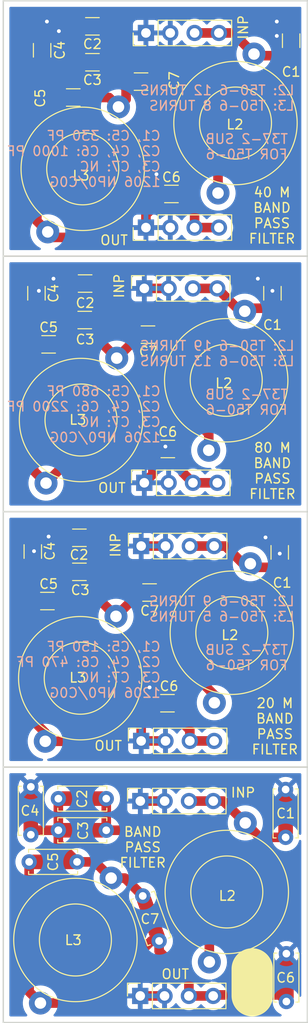
<source format=kicad_pcb>
(kicad_pcb (version 20211014) (generator pcbnew)
  (layers (0 "F.Cu" signal) (31 "B.Cu" signal) (34 "B.Paste" user) (35 "F.Paste" user) (36 "B.SilkS" user "B.Silkscreen") (37 "F.SilkS" user "F.Silkscreen") (38 "B.Mask" user) (39 "F.Mask" user) (44 "Edge.Cuts" user))
  (net 0 "")
  (net 1 "GND")
  (net 2 "Net-(C1-Pad2)")
  (net 3 "Net-(C2-Pad2)")
  (net 4 "Net-(C2-Pad1)")
  (net 5 "Net-(C5-Pad2)")
  (net 6 "Net-(C8-Pad2)")
  (net 7 "Net-(C10-Pad1)")
  (net 8 "Net-(C10-Pad2)")
  (net 9 "Net-(C12-Pad2)")
  (net 10 "Net-(C15-Pad2)")
  (net 11 "Net-(C16-Pad1)")
  (net 12 "Net-(C16-Pad2)")
  (net 13 "Net-(C19-Pad2)")
  (net 14 "Net-(C22-Pad2)")
  (net 15 "Net-(C23-Pad1)")
  (net 16 "Net-(C23-Pad2)")
  (net 17 "Net-(C27-Pad2)")
  (footprint "Capacitor_SMD:C_1206_3216Metric_Pad1.33x1.80mm_HandSolder" (layer "F.Cu") (at 145.623338 43.544587 -90)
    (fp_text reference "C1" (at 3.25 0) (layer "F.SilkS"))
    (fp_text value "C1")
    (pad "1" smd roundrect (at -1.5625 0 270) (size 1.325 1.8) (layers "F.Cu" "F.Paste" "F.Mask") (roundrect_rratio 0.1886792453) (net 1 "GND"))
    (pad "2" smd roundrect (at 1.5625 0 270) (size 1.325 1.8) (layers "F.Cu" "F.Paste" "F.Mask") (roundrect_rratio 0.1886792453) (net 2 "Net-(C1-Pad2)"))
  )
  (footprint "Capacitor_SMD:C_1206_3216Metric_Pad1.33x1.80mm_HandSolder" (layer "F.Cu") (at 124.873338 42.044587 180)
    (fp_text reference "C2" (at 0 -1.85 180) (layer "F.SilkS"))
    (fp_text value "C2")
    (pad "1" smd roundrect (at -1.5625 0 180) (size 1.325 1.8) (layers "F.Cu" "F.Paste" "F.Mask") (roundrect_rratio 0.1886792453) (net 4 "Net-(C2-Pad1)"))
    (pad "2" smd roundrect (at 1.5625 0 180) (size 1.325 1.8) (layers "F.Cu" "F.Paste" "F.Mask") (roundrect_rratio 0.1886792453) (net 3 "Net-(C2-Pad2)"))
  )
  (footprint "Capacitor_SMD:C_1206_3216Metric_Pad1.33x1.80mm_HandSolder" (layer "F.Cu") (at 124.873338 45.794587 180)
    (fp_text reference "C3" (at 0 -1.85 180) (layer "F.SilkS"))
    (fp_text value "C3")
    (pad "1" smd roundrect (at -1.5625 0 180) (size 1.325 1.8) (layers "F.Cu" "F.Paste" "F.Mask") (roundrect_rratio 0.1886792453) (net 4 "Net-(C2-Pad1)"))
    (pad "2" smd roundrect (at 1.5625 0 180) (size 1.325 1.8) (layers "F.Cu" "F.Paste" "F.Mask") (roundrect_rratio 0.1886792453) (net 3 "Net-(C2-Pad2)"))
  )
  (footprint "Capacitor_SMD:C_1206_3216Metric_Pad1.33x1.80mm_HandSolder" (layer "F.Cu") (at 119.623338 44.544587 -90)
    (fp_text reference "C4" (at 0 -1.85 -90) (layer "F.SilkS"))
    (fp_text value "C4")
    (pad "1" smd roundrect (at -1.5625 0 270) (size 1.325 1.8) (layers "F.Cu" "F.Paste" "F.Mask") (roundrect_rratio 0.1886792453) (net 1 "GND"))
    (pad "2" smd roundrect (at 1.5625 0 270) (size 1.325 1.8) (layers "F.Cu" "F.Paste" "F.Mask") (roundrect_rratio 0.1886792453) (net 3 "Net-(C2-Pad2)"))
  )
  (footprint "Capacitor_SMD:C_1206_3216Metric_Pad1.33x1.80mm_HandSolder" (layer "F.Cu") (at 122.873338 49.474587 180)
    (fp_text reference "C5" (at 3.45 -0.07 270) (layer "F.SilkS"))
    (fp_text value "C5")
    (pad "1" smd roundrect (at -1.5625 0 180) (size 1.325 1.8) (layers "F.Cu" "F.Paste" "F.Mask") (roundrect_rratio 0.1886792453) (net 3 "Net-(C2-Pad2)"))
    (pad "2" smd roundrect (at 1.5625 0 180) (size 1.325 1.8) (layers "F.Cu" "F.Paste" "F.Mask") (roundrect_rratio 0.1886792453) (net 5 "Net-(C5-Pad2)"))
  )
  (footprint "Capacitor_SMD:C_1206_3216Metric_Pad1.33x1.80mm_HandSolder" (layer "F.Cu") (at 133.123338 59.544587)
    (fp_text reference "C6" (at 0 -1.75) (layer "F.SilkS"))
    (fp_text value "C6")
    (pad "1" smd roundrect (at -1.5625 0) (size 1.325 1.8) (layers "F.Cu" "F.Paste" "F.Mask") (roundrect_rratio 0.1886792453) (net 1 "GND"))
    (pad "2" smd roundrect (at 1.5625 0) (size 1.325 1.8) (layers "F.Cu" "F.Paste" "F.Mask") (roundrect_rratio 0.1886792453) (net 5 "Net-(C5-Pad2)"))
  )
  (footprint "SerialResonantFilter:L_Toroid_Horizontal_D12.7mm_Compact" (layer "F.Cu") (at 142.399338 42.480587 -105)
    (fp_text reference "L2" hide)
    (fp_text value "L2")
    (pad "1" thru_hole circle locked (at 2.54 0 255) (size 2.4 2.4) (drill 1.2) (layers *.Cu *.Mask) (net 2 "Net-(C1-Pad2)"))
    (pad "2" thru_hole circle locked (at 17.53 -0.13 255) (size 2.4 2.4) (drill 1.2) (layers *.Cu *.Mask) (net 4 "Net-(C2-Pad1)"))
  )
  (footprint "SerialResonantFilter:L_Toroid_Horizontal_D12.7mm_Compact" (layer "F.Cu") (at 128.863338 48.26 -120)
    (fp_text reference "L3" hide)
    (fp_text value "L3")
    (pad "1" thru_hole circle locked (at 2.54 0 240) (size 2.4 2.4) (drill 1.2) (layers *.Cu *.Mask) (net 3 "Net-(C2-Pad2)"))
    (pad "2" thru_hole circle locked (at 17.53 -0.13 240) (size 2.4 2.4) (drill 1.2) (layers *.Cu *.Mask) (net 5 "Net-(C5-Pad2)"))
  )
  (footprint "Pin_Headers:Pin_Header_Straight_1x04_Pitch2.54mm" (layer "F.Cu") (at 130.461338 63.054587 90)
    (fp_text reference "J1" hide)
    (fp_text value "OUT")
    (pad "1" thru_hole rect locked (at 0 0 90) (size 1.7 1.7) (drill 1) (layers *.Cu *.Mask) (net 1 "GND"))
    (pad "2" thru_hole oval locked (at 0 2.54 90) (size 1.7 1.7) (drill 1) (layers *.Cu *.Mask) (net 1 "GND"))
    (pad "3" thru_hole oval locked (at 0 5.08 90) (size 1.7 1.7) (drill 1) (layers *.Cu *.Mask) (net 5 "Net-(C5-Pad2)"))
    (pad "4" thru_hole oval locked (at 0 7.62 90) (size 1.7 1.7) (drill 1) (layers *.Cu *.Mask) (net 5 "Net-(C5-Pad2)"))
  )
  (footprint "Pin_Headers:Pin_Header_Straight_1x04_Pitch2.54mm" (layer "F.Cu") (at 130.461338 42.734587 90)
    (fp_text reference "J2" hide)
    (fp_text value "INP")
    (pad "1" thru_hole rect locked (at 0 0 90) (size 1.7 1.7) (drill 1) (layers *.Cu *.Mask) (net 1 "GND"))
    (pad "2" thru_hole oval locked (at 0 2.54 90) (size 1.7 1.7) (drill 1) (layers *.Cu *.Mask) (net 1 "GND"))
    (pad "3" thru_hole oval locked (at 0 5.08 90) (size 1.7 1.7) (drill 1) (layers *.Cu *.Mask) (net 2 "Net-(C1-Pad2)"))
    (pad "4" thru_hole oval locked (at 0 7.62 90) (size 1.7 1.7) (drill 1) (layers *.Cu *.Mask) (net 2 "Net-(C1-Pad2)"))
  )
  (footprint "Capacitor_SMD:C_1206_3216Metric_Pad1.33x1.80mm_HandSolder" (layer "F.Cu") (at 129.953338 47.814587)
    (fp_text reference "C7" (at 3.463477 -0.106234 90) (layer "F.SilkS"))
    (fp_text value "C7")
    (pad "1" smd roundrect (at -1.5625 0) (size 1.325 1.8) (layers "F.Cu" "F.Paste" "F.Mask") (roundrect_rratio 0.1886792453) (net 3 "Net-(C2-Pad2)"))
    (pad "2" smd roundrect (at 1.5625 0) (size 1.325 1.8) (layers "F.Cu" "F.Paste" "F.Mask") (roundrect_rratio 0.1886792453) (net 5 "Net-(C5-Pad2)"))
  )
  (footprint "Connector_PinSocket_2.54mm:PinSocket_1x04_P2.54mm_Vertical" (layer "F.Cu") (at 130.290838 69.404587 90)
    (fp_text reference "J5" hide)
    (fp_text value "INP")
    (pad "1" thru_hole rect (at 0 0 90) (size 1.7 1.7) (drill 1) (layers *.Cu *.Mask) (net 1 "GND"))
    (pad "2" thru_hole oval (at 0 2.54 90) (size 1.7 1.7) (drill 1) (layers *.Cu *.Mask) (net 1 "GND"))
    (pad "3" thru_hole oval (at 0 5.08 90) (size 1.7 1.7) (drill 1) (layers *.Cu *.Mask) (net 10 "Net-(C15-Pad2)"))
    (pad "4" thru_hole oval (at 0 7.62 90) (size 1.7 1.7) (drill 1) (layers *.Cu *.Mask) (net 10 "Net-(C15-Pad2)"))
  )
  (footprint "Capacitor_SMD:C_1206_3216Metric_Pad1.33x1.80mm_HandSolder" (layer "F.Cu") (at 132.747338 86.168587)
    (fp_text reference "C21" hide)
    (fp_text value "C6")
    (pad "1" smd roundrect (at -1.5625 0) (size 1.325 1.8) (layers "F.Cu" "F.Paste" "F.Mask") (roundrect_rratio 0.1886792453) (net 1 "GND"))
    (pad "2" smd roundrect (at 1.5625 0) (size 1.325 1.8) (layers "F.Cu" "F.Paste" "F.Mask") (roundrect_rratio 0.1886792453) (net 13 "Net-(C19-Pad2)"))
  )
  (footprint "SerialResonantFilter:C_Disc_D5.0mm_W2.5mm_P5.00mm_Dual" (layer "F.Cu") (at 130.129 132.831 -70)
    (fp_text reference "C26" hide)
    (fp_text value "C7")
    (pad "1" thru_hole circle (at 0 0 290) (size 1.6 1.6) (drill 0.8) (layers *.Cu *.Mask) (net 16 "Net-(C23-Pad2)"))
    (pad "1" smd roundrect (at 0.8 0 290) (size 1.524 1.524) (layers "F.Cu" "F.Paste" "F.Mask") (net 16 "Net-(C23-Pad2)"))
    (pad "2" thru_hole circle (at 5 0 290) (size 1.6 1.6) (drill 0.8) (layers *.Cu *.Mask) (net 17 "Net-(C27-Pad2)"))
    (pad "2" smd roundrect (at 4.2 0 290) (size 1.524 1.524) (layers "F.Cu" "F.Paste" "F.Mask") (net 17 "Net-(C27-Pad2)"))
  )
  (footprint "Capacitor_SMD:C_1206_3216Metric_Pad1.33x1.80mm_HandSolder" (layer "F.Cu") (at 144.431338 96.963587 -90)
    (fp_text reference "C8" hide)
    (fp_text value "C1")
    (pad "1" smd roundrect (at -1.5625 0 270) (size 1.325 1.8) (layers "F.Cu" "F.Paste" "F.Mask") (roundrect_rratio 0.1886792453) (net 1 "GND"))
    (pad "2" smd roundrect (at 1.5625 0 270) (size 1.325 1.8) (layers "F.Cu" "F.Paste" "F.Mask") (roundrect_rratio 0.1886792453) (net 6 "Net-(C8-Pad2)"))
  )
  (footprint "Capacitor_SMD:C_1206_3216Metric_Pad1.33x1.80mm_HandSolder" (layer "F.Cu") (at 119.031338 69.912587 -90)
    (fp_text reference "C18" hide)
    (fp_text value "C4" hide)
    (pad "1" smd roundrect (at -1.5625 0 270) (size 1.325 1.8) (layers "F.Cu" "F.Paste" "F.Mask") (roundrect_rratio 0.1886792453) (net 1 "GND"))
    (pad "2" smd roundrect (at 1.5625 0 270) (size 1.325 1.8) (layers "F.Cu" "F.Paste" "F.Mask") (roundrect_rratio 0.1886792453) (net 12 "Net-(C16-Pad2)"))
  )
  (footprint "SerialResonantFilter:C_Disc_D5.0mm_W2.5mm_P5.00mm_Dual" (layer "F.Cu") (at 145.045 121.715 -90)
    (fp_text reference "C22" hide)
    (fp_text value "C1")
    (pad "1" thru_hole circle (at 0 0 270) (size 1.6 1.6) (drill 0.8) (layers *.Cu *.Mask) (net 1 "GND"))
    (pad "1" smd roundrect (at 0.8 0 270) (size 1.524 1.524) (layers "F.Cu" "F.Paste" "F.Mask") (net 1 "GND"))
    (pad "2" thru_hole circle (at 5 0 270) (size 1.6 1.6) (drill 0.8) (layers *.Cu *.Mask) (net 14 "Net-(C22-Pad2)"))
    (pad "2" smd roundrect (at 4.2 0 270) (size 1.524 1.524) (layers "F.Cu" "F.Paste" "F.Mask") (net 14 "Net-(C22-Pad2)"))
  )
  (footprint "SerialResonantFilter:L_Toroid_Horizontal_D12.7mm_Compact" (layer "F.Cu") (at 128.097 128.767 -120)
    (fp_text reference "L8" hide)
    (fp_text value "L3")
    (pad "1" thru_hole circle locked (at 2.54 0 240) (size 2.4 2.4) (drill 1.2) (layers *.Cu *.Mask) (net 16 "Net-(C23-Pad2)"))
    (pad "2" thru_hole circle locked (at 17.53 -0.13 240) (size 2.4 2.4) (drill 1.2) (layers *.Cu *.Mask) (net 17 "Net-(C27-Pad2)"))
  )
  (footprint "Capacitor_SMD:C_1206_3216Metric_Pad1.33x1.80mm_HandSolder" (layer "F.Cu") (at 118.650338 96.875087 -90)
    (fp_text reference "C11" hide)
    (fp_text value "C4")
    (pad "1" smd roundrect (at -1.5625 0 270) (size 1.325 1.8) (layers "F.Cu" "F.Paste" "F.Mask") (roundrect_rratio 0.1886792453) (net 1 "GND"))
    (pad "2" smd roundrect (at 1.5625 0 270) (size 1.325 1.8) (layers "F.Cu" "F.Paste" "F.Mask") (roundrect_rratio 0.1886792453) (net 8 "Net-(C10-Pad2)"))
  )
  (footprint "Capacitor_SMD:C_1206_3216Metric_Pad1.33x1.80mm_HandSolder" (layer "F.Cu") (at 124.072838 72.706587 180)
    (fp_text reference "C16" hide)
    (fp_text value "C3")
    (pad "1" smd roundrect (at -1.5625 0 180) (size 1.325 1.8) (layers "F.Cu" "F.Paste" "F.Mask") (roundrect_rratio 0.1886792453) (net 11 "Net-(C16-Pad1)"))
    (pad "2" smd roundrect (at 1.5625 0 180) (size 1.325 1.8) (layers "F.Cu" "F.Paste" "F.Mask") (roundrect_rratio 0.1886792453) (net 12 "Net-(C16-Pad2)"))
  )
  (footprint "SerialResonantFilter:L_Toroid_Horizontal_D12.7mm_Compact" (layer "F.Cu") (at 141.431528 69.336424 -105)
    (fp_text reference "L5" hide)
    (fp_text value "L2")
    (pad "1" thru_hole circle locked (at 2.54 0 255) (size 2.4 2.4) (drill 1.2) (layers *.Cu *.Mask) (net 10 "Net-(C15-Pad2)"))
    (pad "2" thru_hole circle locked (at 17.53 -0.13 255) (size 2.4 2.4) (drill 1.2) (layers *.Cu *.Mask) (net 11 "Net-(C16-Pad1)"))
  )
  (footprint "SerialResonantFilter:L_Toroid_Horizontal_D12.7mm_Compact" (layer "F.Cu") (at 141.49319 122.756837 -105)
    (fp_text reference "L7" hide)
    (fp_text value "L2")
    (pad "1" thru_hole circle locked (at 2.54 0 255) (size 2.4 2.4) (drill 1.2) (layers *.Cu *.Mask) (net 14 "Net-(C22-Pad2)"))
    (pad "2" thru_hole circle locked (at 17.53 -0.13 255) (size 2.4 2.4) (drill 1.2) (layers *.Cu *.Mask) (net 15 "Net-(C23-Pad1)"))
  )
  (footprint "Connector_PinSocket_2.54mm:PinSocket_1x04_P2.54mm_Vertical" (layer "F.Cu") (at 130.290838 89.699587 90)
    (fp_text reference "J6" hide)
    (fp_text value "OUT")
    (pad "1" thru_hole rect (at 0 0 90) (size 1.7 1.7) (drill 1) (layers *.Cu *.Mask) (net 1 "GND"))
    (pad "2" thru_hole oval (at 0 2.54 90) (size 1.7 1.7) (drill 1) (layers *.Cu *.Mask) (net 1 "GND"))
    (pad "3" thru_hole oval (at 0 5.08 90) (size 1.7 1.7) (drill 1) (layers *.Cu *.Mask) (net 13 "Net-(C19-Pad2)"))
    (pad "4" thru_hole oval (at 0 7.62 90) (size 1.7 1.7) (drill 1) (layers *.Cu *.Mask) (net 13 "Net-(C19-Pad2)"))
  )
  (footprint "Capacitor_SMD:C_1206_3216Metric_Pad1.33x1.80mm_HandSolder" (layer "F.Cu") (at 120.174338 102.043587 180)
    (fp_text reference "C13" hide)
    (fp_text value "C5")
    (pad "1" smd roundrect (at -1.5625 0 180) (size 1.325 1.8) (layers "F.Cu" "F.Paste" "F.Mask") (roundrect_rratio 0.1886792453) (net 8 "Net-(C10-Pad2)"))
    (pad "2" smd roundrect (at 1.5625 0 180) (size 1.325 1.8) (layers "F.Cu" "F.Paste" "F.Mask") (roundrect_rratio 0.1886792453) (net 9 "Net-(C12-Pad2)"))
  )
  (footprint "Connector_PinSocket_2.54mm:PinSocket_1x04_P2.54mm_Vertical" (layer "F.Cu") (at 129.963338 96.303587 90)
    (fp_text reference "J3" hide)
    (fp_text value "INP")
    (pad "1" thru_hole rect (at 0 0 90) (size 1.7 1.7) (drill 1) (layers *.Cu *.Mask) (net 1 "GND"))
    (pad "2" thru_hole oval (at 0 2.54 90) (size 1.7 1.7) (drill 1) (layers *.Cu *.Mask) (net 1 "GND"))
    (pad "3" thru_hole oval (at 0 5.08 90) (size 1.7 1.7) (drill 1) (layers *.Cu *.Mask) (net 6 "Net-(C8-Pad2)"))
    (pad "4" thru_hole oval (at 0 7.62 90) (size 1.7 1.7) (drill 1) (layers *.Cu *.Mask) (net 6 "Net-(C8-Pad2)"))
  )
  (footprint "SerialResonantFilter:L_Toroid_Horizontal_D12.7mm_Compact" (layer "F.Cu") (at 142.018338 95.693587 -105)
    (fp_text reference "L1" hide)
    (fp_text value "L2")
    (pad "1" thru_hole circle locked (at 2.54 0 255) (size 2.4 2.4) (drill 1.2) (layers *.Cu *.Mask) (net 6 "Net-(C8-Pad2)"))
    (pad "2" thru_hole circle locked (at 17.53 -0.13 255) (size 2.4 2.4) (drill 1.2) (layers *.Cu *.Mask) (net 7 "Net-(C10-Pad1)"))
  )
  (footprint "SerialResonantFilter:C_Disc_D5.0mm_W2.5mm_P5.00mm_Dual" (layer "F.Cu") (at 126.319 122.671 180)
    (fp_text reference "C24" hide)
    (fp_text value "C2")
    (pad "1" smd roundrect (at 0.8 0 180) (size 1.524 1.524) (layers "F.Cu" "F.Paste" "F.Mask") (net 15 "Net-(C23-Pad1)"))
    (pad "1" thru_hole circle (at 0 0 180) (size 1.6 1.6) (drill 0.8) (layers *.Cu *.Mask) (net 15 "Net-(C23-Pad1)"))
    (pad "2" thru_hole circle (at 5 0 180) (size 1.6 1.6) (drill 0.8) (layers *.Cu *.Mask) (net 16 "Net-(C23-Pad2)"))
    (pad "2" smd roundrect (at 4.2 0 180) (size 1.524 1.524) (layers "F.Cu" "F.Paste" "F.Mask") (net 16 "Net-(C23-Pad2)"))
  )
  (footprint "SerialResonantFilter:C_Disc_D5.0mm_W2.5mm_P5.00mm_Dual" (layer "F.Cu") (at 118.445 121.441 -90)
    (fp_text reference "C25" hide)
    (fp_text value "C4")
    (pad "1" thru_hole circle (at 0 0 270) (size 1.6 1.6) (drill 0.8) (layers *.Cu *.Mask) (net 1 "GND"))
    (pad "1" smd roundrect (at 0.8 0 270) (size 1.524 1.524) (layers "F.Cu" "F.Paste" "F.Mask") (net 1 "GND"))
    (pad "2" smd roundrect (at 4.2 0 270) (size 1.524 1.524) (layers "F.Cu" "F.Paste" "F.Mask") (net 16 "Net-(C23-Pad2)"))
    (pad "2" thru_hole circle (at 5 0 270) (size 1.6 1.6) (drill 0.8) (layers *.Cu *.Mask) (net 16 "Net-(C23-Pad2)"))
  )
  (footprint "SerialResonantFilter:L_Toroid_Horizontal_D12.7mm_Compact" (layer "F.Cu") (at 128.603338 101.438375 -120)
    (fp_text reference "L4" hide)
    (fp_text value "L3" hide)
    (pad "1" thru_hole circle locked (at 2.54 0 240) (size 2.4 2.4) (drill 1.2) (layers *.Cu *.Mask) (net 8 "Net-(C10-Pad2)"))
    (pad "2" thru_hole circle locked (at 17.53 -0.13 240) (size 2.4 2.4) (drill 1.2) (layers *.Cu *.Mask) (net 9 "Net-(C12-Pad2)"))
  )
  (footprint "Connector_PinSocket_2.54mm:PinSocket_1x04_P2.54mm_Vertical" (layer "F.Cu") (at 129.963338 116.648587 90)
    (fp_text reference "J4" hide)
    (fp_text value "OUT")
    (pad "1" thru_hole rect (at 0 0 90) (size 1.7 1.7) (drill 1) (layers *.Cu *.Mask) (net 1 "GND"))
    (pad "2" thru_hole oval (at 0 2.54 90) (size 1.7 1.7) (drill 1) (layers *.Cu *.Mask) (net 1 "GND"))
    (pad "3" thru_hole oval (at 0 5.08 90) (size 1.7 1.7) (drill 1) (layers *.Cu *.Mask) (net 9 "Net-(C12-Pad2)"))
    (pad "4" thru_hole oval (at 0 7.62 90) (size 1.7 1.7) (drill 1) (layers *.Cu *.Mask) (net 9 "Net-(C12-Pad2)"))
  )
  (footprint "Capacitor_SMD:C_1206_3216Metric_Pad1.33x1.80mm_HandSolder" (layer "F.Cu") (at 123.514838 98.995587 180)
    (fp_text reference "C9" hide)
    (fp_text value "C3")
    (pad "1" smd roundrect (at -1.5625 0 180) (size 1.325 1.8) (layers "F.Cu" "F.Paste" "F.Mask") (roundrect_rratio 0.1886792453) (net 7 "Net-(C10-Pad1)"))
    (pad "2" smd roundrect (at 1.5625 0 180) (size 1.325 1.8) (layers "F.Cu" "F.Paste" "F.Mask") (roundrect_rratio 0.1886792453) (net 8 "Net-(C10-Pad2)"))
  )
  (footprint "Connector_PinSocket_2.54mm:PinSocket_1x04_P2.54mm_Vertical" (layer "F.Cu") (at 129.875 122.925 90)
    (fp_text reference "J7" hide)
    (fp_text value "INP")
    (pad "1" thru_hole rect (at 0 0 90) (size 1.7 1.7) (drill 1) (layers *.Cu *.Mask) (net 1 "GND"))
    (pad "2" thru_hole oval (at 0 2.54 90) (size 1.7 1.7) (drill 1) (layers *.Cu *.Mask) (net 1 "GND"))
    (pad "3" thru_hole oval (at 0 5.08 90) (size 1.7 1.7) (drill 1) (layers *.Cu *.Mask) (net 14 "Net-(C22-Pad2)"))
    (pad "4" thru_hole oval (at 0 7.62 90) (size 1.7 1.7) (drill 1) (layers *.Cu *.Mask) (net 14 "Net-(C22-Pad2)"))
  )
  (footprint "Capacitor_SMD:C_1206_3216Metric_Pad1.33x1.80mm_HandSolder" (layer "F.Cu") (at 130.842338 101.154587)
    (fp_text reference "C12" hide)
    (fp_text value "C7" hide)
    (pad "1" smd roundrect (at -1.5625 0) (size 1.325 1.8) (layers "F.Cu" "F.Paste" "F.Mask") (roundrect_rratio 0.1886792453) (net 8 "Net-(C10-Pad2)"))
    (pad "2" smd roundrect (at 1.5625 0) (size 1.325 1.8) (layers "F.Cu" "F.Paste" "F.Mask") (roundrect_rratio 0.1886792453) (net 9 "Net-(C12-Pad2)"))
  )
  (footprint "SerialResonantFilter:C_Disc_D5.0mm_W2.5mm_P5.00mm_Dual" (layer "F.Cu") (at 123.271 129.275 180)
    (fp_text reference "C27" hide)
    (fp_text value "C5")
    (pad "1" thru_hole circle (at 0 0 180) (size 1.6 1.6) (drill 0.8) (layers *.Cu *.Mask) (net 16 "Net-(C23-Pad2)"))
    (pad "1" smd roundrect (at 0.8 0 180) (size 1.524 1.524) (layers "F.Cu" "F.Paste" "F.Mask") (net 16 "Net-(C23-Pad2)"))
    (pad "2" thru_hole circle (at 5 0 180) (size 1.6 1.6) (drill 0.8) (layers *.Cu *.Mask) (net 17 "Net-(C27-Pad2)"))
    (pad "2" smd roundrect (at 4.2 0 180) (size 1.524 1.524) (layers "F.Cu" "F.Paste" "F.Mask") (net 17 "Net-(C27-Pad2)"))
  )
  (footprint "Capacitor_SMD:C_1206_3216Metric_Pad1.33x1.80mm_HandSolder" (layer "F.Cu") (at 123.514838 95.439587 180)
    (fp_text reference "C10" hide)
    (fp_text value "C2")
    (pad "1" smd roundrect (at -1.5625 0 180) (size 1.325 1.8) (layers "F.Cu" "F.Paste" "F.Mask") (roundrect_rratio 0.1886792453) (net 7 "Net-(C10-Pad1)"))
    (pad "2" smd roundrect (at 1.5625 0 180) (size 1.325 1.8) (layers "F.Cu" "F.Paste" "F.Mask") (roundrect_rratio 0.1886792453) (net 8 "Net-(C10-Pad2)"))
  )
  (footprint "Capacitor_SMD:C_1206_3216Metric_Pad1.33x1.80mm_HandSolder" (layer "F.Cu") (at 132.708838 112.711587)
    (fp_text reference "C14" hide)
    (fp_text value "C6")
    (pad "1" smd roundrect (at -1.5625 0) (size 1.325 1.8) (layers "F.Cu" "F.Paste" "F.Mask") (roundrect_rratio 0.1886792453) (net 1 "GND"))
    (pad "2" smd roundrect (at 1.5625 0) (size 1.325 1.8) (layers "F.Cu" "F.Paste" "F.Mask") (roundrect_rratio 0.1886792453) (net 9 "Net-(C12-Pad2)"))
  )
  (footprint "Capacitor_SMD:C_1206_3216Metric_Pad1.33x1.80mm_HandSolder" (layer "F.Cu") (at 120.301338 75.246587 180)
    (fp_text reference "C20" hide)
    (fp_text value "C5")
    (pad "1" smd roundrect (at -1.5625 0 180) (size 1.325 1.8) (layers "F.Cu" "F.Paste" "F.Mask") (roundrect_rratio 0.1886792453) (net 12 "Net-(C16-Pad2)"))
    (pad "2" smd roundrect (at 1.5625 0 180) (size 1.325 1.8) (layers "F.Cu" "F.Paste" "F.Mask") (roundrect_rratio 0.1886792453) (net 13 "Net-(C19-Pad2)"))
  )
  (footprint "Capacitor_SMD:C_1206_3216Metric_Pad1.33x1.80mm_HandSolder" (layer "F.Cu") (at 130.676838 74.230587)
    (fp_text reference "C19" hide)
    (fp_text value "C7")
    (pad "1" smd roundrect (at -1.5625 0) (size 1.325 1.8) (layers "F.Cu" "F.Paste" "F.Mask") (roundrect_rratio 0.1886792453) (net 12 "Net-(C16-Pad2)"))
    (pad "2" smd roundrect (at 1.5625 0) (size 1.325 1.8) (layers "F.Cu" "F.Paste" "F.Mask") (roundrect_rratio 0.1886792453) (net 13 "Net-(C19-Pad2)"))
  )
  (footprint "SerialResonantFilter:C_Disc_D5.0mm_W2.5mm_P5.00mm_Dual" (layer "F.Cu") (at 126.319 125.973 180)
    (fp_text reference "C23" hide)
    (fp_text value "C3")
    (pad "1" thru_hole circle (at 0 0 180) (size 1.6 1.6) (drill 0.8) (layers *.Cu *.Mask) (net 15 "Net-(C23-Pad1)"))
    (pad "1" smd roundrect (at 0.8 0 180) (size 1.524 1.524) (layers "F.Cu" "F.Paste" "F.Mask") (net 15 "Net-(C23-Pad1)"))
    (pad "2" smd roundrect (at 4.2 0 180) (size 1.524 1.524) (layers "F.Cu" "F.Paste" "F.Mask") (net 16 "Net-(C23-Pad2)"))
    (pad "2" thru_hole circle (at 5 0 180) (size 1.6 1.6) (drill 0.8) (layers *.Cu *.Mask) (net 16 "Net-(C23-Pad2)"))
  )
  (footprint "SerialResonantFilter:C_Disc_D5.0mm_W2.5mm_P5.00mm_Dual" (layer "F.Cu") (at 145.125 138.855 -90)
    (fp_text reference "C28" hide)
    (fp_text value "C6")
    (pad "1" thru_hole circle (at 0 0 270) (size 1.6 1.6) (drill 0.8) (layers *.Cu *.Mask) (net 1 "GND"))
    (pad "1" smd roundrect (at 0.8 0 270) (size 1.524 1.524) (layers "F.Cu" "F.Paste" "F.Mask") (net 1 "GND"))
    (pad "2" thru_hole circle (at 5 0 270) (size 1.6 1.6) (drill 0.8) (layers *.Cu *.Mask) (net 17 "Net-(C27-Pad2)"))
    (pad "2" smd roundrect (at 4.2 0 270) (size 1.524 1.524) (layers "F.Cu" "F.Paste" "F.Mask") (net 17 "Net-(C27-Pad2)"))
  )
  (footprint "Capacitor_SMD:C_1206_3216Metric_Pad1.33x1.80mm_HandSolder" (layer "F.Cu") (at 143.669338 69.912587 -90)
    (fp_text reference "C15" hide)
    (fp_text value "C1")
    (pad "1" smd roundrect (at -1.5625 0 270) (size 1.325 1.8) (layers "F.Cu" "F.Paste" "F.Mask") (roundrect_rratio 0.1886792453) (net 1 "GND"))
    (pad "2" smd roundrect (at 1.5625 0 270) (size 1.325 1.8) (layers "F.Cu" "F.Paste" "F.Mask") (roundrect_rratio 0.1886792453) (net 10 "Net-(C15-Pad2)"))
  )
  (footprint "Connector_PinSocket_2.54mm:PinSocket_1x04_P2.54mm_Vertical" (layer "F.Cu") (at 129.865 143.27 90)
    (fp_text reference "J8" hide)
    (fp_text value "OUT")
    (pad "1" thru_hole rect (at 0 0 90) (size 1.7 1.7) (drill 1) (layers *.Cu *.Mask) (net 1 "GND"))
    (pad "2" thru_hole oval (at 0 2.54 90) (size 1.7 1.7) (drill 1) (layers *.Cu *.Mask) (net 1 "GND"))
    (pad "3" thru_hole oval (at 0 5.08 90) (size 1.7 1.7) (drill 1) (layers *.Cu *.Mask) (net 17 "Net-(C27-Pad2)"))
    (pad "4" thru_hole oval (at 0 7.62 90) (size 1.7 1.7) (drill 1) (layers *.Cu *.Mask) (net 17 "Net-(C27-Pad2)"))
  )
  (footprint "Capacitor_SMD:C_1206_3216Metric_Pad1.33x1.80mm_HandSolder" (layer "F.Cu") (at 124.111338 68.896587 180)
    (fp_text reference "C17" hide)
    (fp_text value "C2")
    (pad "1" smd roundrect (at -1.5625 0 180) (size 1.325 1.8) (layers "F.Cu" "F.Paste" "F.Mask") (roundrect_rratio 0.1886792453) (net 11 "Net-(C16-Pad1)"))
    (pad "2" smd roundrect (at 1.5625 0 180) (size 1.325 1.8) (layers "F.Cu" "F.Paste" "F.Mask") (roundrect_rratio 0.1886792453) (net 12 "Net-(C16-Pad2)"))
  )
  (footprint "SerialResonantFilter:L_Toroid_Horizontal_D12.7mm_Compact" (layer "F.Cu") (at 128.683338 74.484587 -120)
    (fp_text reference "L6" hide)
    (fp_text value "L3" hide)
    (pad "1" thru_hole circle locked (at 2.54 0 240) (size 2.4 2.4) (drill 1.2) (layers *.Cu *.Mask) (net 12 "Net-(C16-Pad2)"))
    (pad "2" thru_hole circle locked (at 17.53 -0.13 240) (size 2.4 2.4) (drill 1.2) (layers *.Cu *.Mask) (net 13 "Net-(C19-Pad2)"))
  )
  (gr_line (start 147.32 119.38) (end 115.57 119.38) (layer "B.SilkS") (width 0.15))
  (gr_line (start 147.32 66.04) (end 115.57 66.04) (layer "B.SilkS") (width 0.15))
  (gr_line (start 147.32 92.71) (end 115.57 92.71) (layer "B.SilkS") (width 0.15))
  (gr_line (start 147.32 119.38) (end 115.57 119.38) (layer "F.SilkS") (width 0.15))
  (gr_line (start 147.32 66.04) (end 115.57 66.04) (layer "F.SilkS") (width 0.15))
  (gr_line (start 141.559 140.451) (end 141.559 143.245) (layer "F.SilkS") (width 4.318))
  (gr_line (start 115.57 92.71) (end 147.32 92.71) (layer "F.SilkS") (width 0.15))
  (gr_line (start 147.32 119.38) (end 115.57 119.38) (layer "Edge.Cuts") (width 0.15))
  (gr_line (start 115.57 39.37) (end 115.57 146.05) (layer "Edge.Cuts") (width 0.15))
  (gr_line (start 147.32 39.37) (end 115.57 39.37) (layer "Edge.Cuts") (width 0.15))
  (gr_line (start 147.32 146.05) (end 147.32 39.37) (layer "Edge.Cuts") (width 0.15))
  (gr_line (start 147.32 92.71) (end 115.57 92.71) (layer "Edge.Cuts") (width 0.15))
  (gr_line (start 147.32 66.04) (end 115.57 66.04) (layer "Edge.Cuts") (width 0.15))
  (gr_line (start 115.57 146.05) (end 147.32 146.05) (layer "Edge.Cuts") (width 0.15))
  (gr_text "T37-2 SUB\nFOR T50-6" (at 140.97 107.95) (layer "B.SilkS") (effects (font (size 1 1)) (justify mirror)))
  (gr_text "C1, C5: 150 PF\nC2, C4, C6: 470 PF\nC3, C7: NC\n1206 NP0/C0G" (at 132.08 109.22) (layer "B.SilkS") (effects (font (size 1 1)) (justify left mirror)))
  (gr_text "C1, C5: 680 PF\nC2, C4, C6: 2200 PF\nC3, C7: NC\n1206 NP0/C0G" (at 132.08 82.55) (layer "B.SilkS") (effects (font (size 1 1)) (justify left mirror)))
  (gr_text "L2: T50-6 9 TURNS\nL3: T50-6 5 TURNS" (at 146.05 102.87) (layer "B.SilkS") (effects (font (size 1 1)) (justify left mirror)))
  (gr_text "L2: T50-6 19 TURNS\nL3: T50-6 13 TURNS" (at 146.05 76.2) (layer "B.SilkS") (effects (font (size 1 1)) (justify left mirror)))
  (gr_text "L2: T50-6 12 TURNS\nL3: T50-6 8 TURNS" (at 146.05 49.53) (layer "B.SilkS") (effects (font (size 1 1)) (justify left mirror)))
  (gr_text "T37-2 SUB\nFOR T50-6" (at 140.97 54.61) (layer "B.SilkS") (effects (font (size 1 1)) (justify mirror)))
  (gr_text "C1, C5: 330 PF\nC2, C4, C6: 1000 PF\nC3, C7: NC\n1206 NP0/C0G" (at 132.08 55.88) (layer "B.SilkS") (effects (font (size 1 1)) (justify left mirror)))
  (gr_text "T37-2 SUB\nFOR T50-6" (at 140.97 81.28) (layer "B.SilkS") (effects (font (size 1 1)) (justify mirror)))
  (gr_text "C5" (at 120.771 129.275 90) (layer "F.SilkS") (effects (font (size 1 1))))
  (gr_text "C6" (at 145.051662 141.370413) (layer "F.SilkS") (effects (font (size 1 1))))
  (gr_text "L3" (at 123.683338 57.634587) (layer "F.SilkS") (effects (font (size 1 1))))
  (gr_text "C5" (at 120.301338 73.468587) (layer "F.SilkS") (effects (font (size 1 1))))
  (gr_text "C7" (at 130.842338 103.059587) (layer "F.SilkS") (effects (font (size 1 1))))
  (gr_text "OUT" (at 126.905338 90.232587) (layer "F.SilkS") (effects (font (size 1 1))))
  (gr_text "OUT" (at 133.526662 140.995413) (layer "F.SilkS") (effects (font (size 1 1))))
  (gr_text "BAND\nPASS\nFILTER" (at 130.129 127.751) (layer "F.SilkS") (effects (font (size 1 1))))
  (gr_text "C3" (at 123.901662 126.020413 90) (layer "F.SilkS") (effects (font (size 1 1))))
  (gr_text "40 M\nBAND\nPASS\nFILTER" (at 143.623338 61.794587) (layer "F.SilkS") (effects (font (size 1 1))))
  (gr_text "C4" (at 120.809338 69.912587 90) (layer "F.SilkS") (effects (font (size 1 1))))
  (gr_text "L3" (at 122.876662 137.445413) (layer "F.SilkS") (effects (font (size 1 1))))
  (gr_text "L2" (at 138.951662 132.820413) (layer "F.SilkS") (effects (font (size 1 1))))
  (gr_text "L3" (at 123.349338 110.044587) (layer "F.SilkS") (effects (font (size 1 1))))
  (gr_text "C2" (at 123.476338 97.217587) (layer "F.SilkS") (effects (font (size 1 1))))
  (gr_text "C1" (at 145.045 124.215) (layer "F.SilkS") (effects (font (size 1 1))))
  (gr_text "L2" (at 139.224338 105.599587) (layer "F.SilkS") (effects (font (size 1 1))))
  (gr_text "L2" (at 138.589338 79.310587) (layer "F.SilkS") (effects (font (size 1 1))))
  (gr_text "INP" (at 140.613338 42.144587 90) (layer "F.SilkS") (effects (font (size 1 1))))
  (gr_text "C3" (at 124.111338 74.738587) (layer "F.SilkS") (effects (font (size 1 1))))
  (gr_text "OUT" (at 127.133338 64.374587) (layer "F.SilkS") (effects (font (size 1 1))))
  (gr_text "C4" (at 118.351662 123.945413) (layer "F.SilkS") (effects (font (size 1 1))))
  (gr_text "80 M\nBAND\nPASS\nFILTER" (at 143.669338 88.454587) (layer "F.SilkS") (effects (font (size 1 1))))
  (gr_text "C3" (at 123.603338 100.900587) (layer "F.SilkS") (effects (font (size 1 1))))
  (gr_text "INP" (at 127.667338 69.150587 90) (layer "F.SilkS") (effects (font (size 1 1))))
  (gr_text "C4" (at 120.428338 96.836587 90) (layer "F.SilkS") (effects (font (size 1 1))))
  (gr_text "C1" (at 144.685338 100.138587) (layer "F.SilkS") (effects (font (size 1 1))))
  (gr_text "OUT" (at 126.524338 117.156587) (layer "F.SilkS") (effects (font (size 1 1))))
  (gr_text "C7" (at 130.715338 76.008587) (layer "F.SilkS") (effects (font (size 1 1))))
  (gr_text "C2" (at 124.111338 70.928587) (layer "F.SilkS") (effects (font (size 1 1))))
  (gr_text "C5" (at 120.301338 100.265587) (layer "F.SilkS") (effects (font (size 1 1))))
  (gr_text "INP" (at 127.286338 96.201587 90) (layer "F.SilkS") (effects (font (size 1 1))))
  (gr_text "C7" (at 130.876662 135.245413) (layer "F.SilkS") (effects (font (size 1 1))))
  (gr_text "C1" (at 143.669338 73.214587) (layer "F.SilkS") (effects (font (size 1 1))))
  (gr_text "C6" (at 132.874338 110.933587) (layer "F.SilkS") (effects (font (size 1 1))))
  (gr_text "C2" (at 123.801662 122.695413 90) (layer "F.SilkS") (effects (font (size 1 1))))
  (gr_text "INP" (at 140.601662 122.045413) (layer "F.SilkS") (effects (font (size 1 1))))
  (gr_text "L3" (at 123.349338 83.120587) (layer "F.SilkS") (effects (font (size 1 1))))
  (gr_text "L2" (at 139.753338 52.294587) (layer "F.SilkS") (effects (font (size 1 1))))
  (gr_text "20 M\nBAND\nPASS\nFILTER" (at 143.923338 115.124587) (layer "F.SilkS") (effects (font (size 1 1))))
  (gr_text "C6" (at 132.747338 84.390587) (layer "F.SilkS") (effects (font (size 1 1))))
  (segment (start 132.503338 96.303587) (end 129.963338 96.303587) (width 1) (layer "F.Cu") (net 1))
  (segment (start 119.623338 42.982087) (end 119.623338 42.044587) (width 1) (layer "F.Cu") (net 1))
  (segment (start 144.431338 95.401087) (end 144.431338 97.090587) (width 1) (layer "F.Cu") (net 1))
  (segment (start 129.963338 113.894587) (end 131.146338 112.711587) (width 1) (layer "F.Cu") (net 1))
  (segment (start 132.239338 86.168587) (end 132.493338 85.914587) (width 1) (layer "F.Cu") (net 1))
  (segment (start 145.185838 41.982087) (end 144.123338 43.044587) (width 1) (layer "F.Cu") (net 1))
  (segment (start 129.963338 116.648587) (end 129.963338 113.894587) (width 1) (layer "F.Cu") (net 1))
  (segment (start 131.184838 88.805587) (end 130.290838 89.699587) (width 1) (layer "F.Cu") (net 1))
  (segment (start 131.560838 60.607087) (end 130.461338 61.706587) (width 1) (layer "F.Cu") (net 1))
  (segment (start 145.623338 41.982087) (end 144.560838 41.982087) (width 1) (layer "F.Cu") (net 1))
  (segment (start 131.146338 111.364587) (end 130.842338 111.060587) (width 1) (layer "F.Cu") (net 1))
  (segment (start 131.560838 57.482087) (end 131.560838 59.544587) (width 1) (layer "F.Cu") (net 1))
  (segment (start 118.650338 95.312587) (end 120.301338 95.312587) (width 1) (layer "F.Cu") (net 1))
  (segment (start 142.945838 95.401087) (end 144.431338 95.401087) (width 1) (layer "F.Cu") (net 1))
  (segment (start 132.503338 116.648587) (end 129.963338 116.648587) (width 1) (layer "F.Cu") (net 1))
  (segment (start 120.770838 68.350087) (end 120.809338 68.388587) (width 1) (layer "F.Cu") (net 1))
  (segment (start 120.935838 42.982087) (end 121.373338 42.544587) (width 1) (layer "F.Cu") (net 1))
  (segment (start 119.031338 68.350087) (end 120.770838 68.350087) (width 1) (layer "F.Cu") (net 1))
  (segment (start 142.183838 68.350087) (end 142.145338 68.388587) (width 1) (layer "F.Cu") (net 1))
  (segment (start 145.623338 41.982087) (end 145.185838 41.982087) (width 1) (layer "F.Cu") (net 1))
  (segment (start 132.830838 69.404587) (end 130.290838 69.404587) (width 1) (layer "F.Cu") (net 1))
  (segment (start 132.415 122.925) (end 129.875 122.925) (width 1) (layer "F.Cu") (net 1))
  (segment (start 143.669338 68.350087) (end 142.183838 68.350087) (width 1) (layer "F.Cu") (net 1))
  (segment (start 131.184838 86.168587) (end 131.184838 88.805587) (width 1) (layer "F.Cu") (net 1))
  (segment (start 132.405 143.27) (end 129.865 143.27) (width 1) (layer "F.Cu") (net 1))
  (segment (start 118.650338 95.312587) (end 118.650338 96.709587) (width 1) (layer "F.Cu") (net 1))
  (segment (start 118.650338 96.709587) (end 118.777338 96.836587) (width 1) (layer "F.Cu") (net 1))
  (segment (start 119.031338 69.404587) (end 119.285338 69.658587) (width 1) (layer "F.Cu") (net 1))
  (segment (start 130.461338 61.706587) (end 130.461338 63.054587) (width 1) (layer "F.Cu") (net 1))
  (segment (start 119.623338 42.982087) (end 120.935838 42.982087) (width 1) (layer "F.Cu") (net 1))
  (segment (start 119.031338 68.350087) (end 119.031338 69.404587) (width 1) (layer "F.Cu") (net 1))
  (segment (start 144.560838 41.982087) (end 144.123338 41.544587) (width 1) (layer "F.Cu") (net 1))
  (segment (start 131.184838 86.168587) (end 132.239338 86.168587) (width 1) (layer "F.Cu") (net 1))
  (segment (start 119.623338 42.044587) (end 120.123338 41.544587) (width 1) (layer "F.Cu") (net 1))
  (segment (start 131.146338 112.711587) (end 131.146338 111.364587) (width 1) (layer "F.Cu") (net 1))
  (segment (start 143.669338 68.350087) (end 143.669338 69.658587) (width 1) (layer "F.Cu") (net 1))
  (segment (start 131.560838 59.544587) (end 131.560838 60.607087) (width 1) (layer "F.Cu") (net 1))
  (via (at 144.123338 41.544587) (size 0.6) (drill 0.4) (layers "F.Cu" "B.Cu") (net 1))
  (via (at 144.431338 97.090587) (size 0.6) (drill 0.4) (layers "F.Cu" "B.Cu") (net 1))
  (via (at 119.285338 69.658587) (size 0.6) (drill 0.4) (layers "F.Cu" "B.Cu") (net 1))
  (via (at 143.669338 69.658587) (size 0.6) (drill 0.4) (layers "F.Cu" "B.Cu") (net 1))
  (via (at 142.945838 95.401087) (size 0.6) (drill 0.4) (layers "F.Cu" "B.Cu") (net 1))
  (via (at 120.123338 41.544587) (size 0.6) (drill 0.4) (layers "F.Cu" "B.Cu") (net 1))
  (via (at 130.842338 111.060587) (size 0.6) (drill 0.4) (layers "F.Cu" "B.Cu") (net 1))
  (via (at 118.777338 96.836587) (size 0.6) (drill 0.4) (layers "F.Cu" "B.Cu") (net 1))
  (via (at 120.809338 68.388587) (size 0.6) (drill 0.4) (layers "F.Cu" "B.Cu") (net 1))
  (via (at 120.301338 95.312587) (size 0.6) (drill 0.4) (layers "F.Cu" "B.Cu") (net 1))
  (via (at 121.373338 42.544587) (size 0.6) (drill 0.4) (layers "F.Cu" "B.Cu") (net 1))
  (via (at 131.560838 57.482087) (size 0.6) (drill 0.4) (layers "F.Cu" "B.Cu") (net 1))
  (via (at 142.145338 68.388587) (size 0.6) (drill 0.4) (layers "F.Cu" "B.Cu") (net 1))
  (via (at 144.123338 43.044587) (size 0.6) (drill 0.4) (layers "F.Cu" "B.Cu") (net 1))
  (via (at 132.493338 85.914587) (size 0.6) (drill 0.4) (layers "F.Cu" "B.Cu") (net 1))
  (segment (start 145.623338 45.107087) (end 141.914986 45.107087) (width 1) (layer "F.Cu") (net 2))
  (segment (start 141.914986 45.107087) (end 141.741938 44.934039) (width 1) (layer "F.Cu") (net 2))
  (segment (start 139.542486 42.734587) (end 141.741938 44.934039) (width 1) (layer "F.Cu") (net 2))
  (segment (start 135.541338 42.734587) (end 138.081338 42.734587) (width 1) (layer "F.Cu") (net 2))
  (segment (start 138.081338 42.734587) (end 139.542486 42.734587) (width 1) (layer "F.Cu") (net 2))
  (segment (start 128.390838 49.662205) (end 127.593338 50.459705) (width 1) (layer "F.Cu") (net 3))
  (segment (start 126.60822 49.474587) (end 127.593338 50.459705) (width 1) (layer "F.Cu") (net 3))
  (segment (start 123.310838 45.794587) (end 123.310838 48.349587) (width 1) (layer "F.Cu") (net 3))
  (segment (start 123.310838 48.349587) (end 124.435838 49.474587) (width 1) (layer "F.Cu") (net 3))
  (segment (start 123.310838 42.044587) (end 123.310838 45.794587) (width 1) (layer "F.Cu") (net 3))
  (segment (start 119.623338 46.107087) (end 122.998338 46.107087) (width 1) (layer "F.Cu") (net 3))
  (segment (start 128.390838 47.814587) (end 128.390838 49.662205) (width 1) (layer "F.Cu") (net 3))
  (segment (start 122.998338 46.107087) (end 123.310838 45.794587) (width 1) (layer "F.Cu") (net 3))
  (segment (start 124.435838 49.474587) (end 126.60822 49.474587) (width 1) (layer "F.Cu") (net 3))
  (segment (start 133.013338 45.794587) (end 135.033338 47.814587) (width 1) (layer "F.Cu") (net 4))
  (segment (start 135.033338 52.894587) (end 137.98781 55.849059) (width 1) (layer "F.Cu") (net 4))
  (segment (start 137.98781 55.849059) (end 137.98781 59.446913) (width 1) (layer "F.Cu") (net 4))
  (segment (start 126.435838 42.044587) (end 126.435838 45.794587) (width 1) (layer "F.Cu") (net 4))
  (segment (start 135.033338 47.814587) (end 135.033338 52.894587) (width 1) (layer "F.Cu") (net 4))
  (segment (start 126.435838 45.794587) (end 133.013338 45.794587) (width 1) (layer "F.Cu") (net 4))
  (segment (start 131.223338 55.434587) (end 129.953338 55.434587) (width 1) (layer "F.Cu") (net 5))
  (segment (start 129.123338 60.044587) (end 125.086913 64.081012) (width 1) (layer "F.Cu") (net 5))
  (segment (start 119.073338 50.844587) (end 119.073338 62.368842) (width 1) (layer "F.Cu") (net 5))
  (segment (start 134.685838 59.544587) (end 134.685838 56.357087) (width 1) (layer "F.Cu") (net 5))
  (segment (start 129.953338 55.434587) (end 129.123338 56.264587) (width 1) (layer "F.Cu") (net 5))
  (segment (start 129.123338 56.264587) (end 129.123338 60.044587) (width 1) (layer "F.Cu") (net 5))
  (segment (start 131.515838 47.814587) (end 131.515838 55.142087) (width 1) (layer "F.Cu") (net 5))
  (segment (start 135.541338 63.054587) (end 138.081338 63.054587) (width 1) (layer "F.Cu") (net 5))
  (segment (start 135.541338 61.212587) (end 134.685838 60.357087) (width 1) (layer "F.Cu") (net 5))
  (segment (start 120.785508 64.081012) (end 120.210921 63.506425) (width 1) (layer "F.Cu") (net 5))
  (segment (start 119.073338 62.368842) (end 120.210921 63.506425) (width 1) (layer "F.Cu") (net 5))
  (segment (start 120.443338 49.474587) (end 119.073338 50.844587) (width 1) (layer "F.Cu") (net 5))
  (segment (start 133.763338 55.434587) (end 131.223338 55.434587) (width 1) (layer "F.Cu") (net 5))
  (segment (start 131.515838 55.142087) (end 131.223338 55.434587) (width 1) (layer "F.Cu") (net 5))
  (segment (start 125.086913 64.081012) (end 120.785508 64.081012) (width 1) (layer "F.Cu") (net 5))
  (segment (start 134.685838 56.357087) (end 133.763338 55.434587) (width 1) (layer "F.Cu") (net 5))
  (segment (start 135.541338 63.054587) (end 135.541338 61.212587) (width 1) (layer "F.Cu") (net 5))
  (segment (start 121.310838 49.474587) (end 120.443338 49.474587) (width 1) (layer "F.Cu") (net 5))
  (segment (start 134.685838 60.357087) (end 134.685838 59.544587) (width 1) (layer "F.Cu") (net 5))
  (segment (start 144.431338 98.526087) (end 141.739986 98.526087) (width 1) (layer "F.Cu") (net 6))
  (segment (start 138.755486 96.303587) (end 140.598938 98.147039) (width 1) (layer "F.Cu") (net 6))
  (segment (start 140.598938 98.147039) (end 141.360938 98.147039) (width 1) (layer "F.Cu") (net 6))
  (segment (start 141.739986 98.526087) (end 141.360938 98.147039) (width 1) (layer "F.Cu") (net 6))
  (segment (start 137.583338 96.303587) (end 138.755486 96.303587) (width 1) (layer "F.Cu") (net 6))
  (segment (start 137.583338 96.303587) (end 135.043338 96.303587) (width 1) (layer "F.Cu") (net 6))
  (segment (start 125.077338 95.439587) (end 125.077338 98.995587) (width 1) (layer "F.Cu") (net 7))
  (segment (start 136.225 110.474249) (end 137.60681 111.856059) (width 1) (layer "F.Cu") (net 7))
  (segment (start 125.077338 98.995587) (end 134.370587 98.995587) (width 1) (layer "F.Cu") (net 7))
  (segment (start 134.370587 98.995587) (end 136.225 100.85) (width 1) (layer "F.Cu") (net 7))
  (segment (start 137.60681 111.856059) (end 137.60681 112.659913) (width 1) (layer "F.Cu") (net 7))
  (segment (start 136.225 100.85) (end 136.225 110.474249) (width 1) (layer "F.Cu") (net 7))
  (segment (start 121.952338 98.995587) (end 119.208338 98.995587) (width 1) (layer "F.Cu") (net 8))
  (segment (start 121.952338 101.828087) (end 121.736838 102.043587) (width 1) (layer "F.Cu") (net 8))
  (segment (start 125.738845 102.043587) (end 127.333338 103.63808) (width 1) (layer "F.Cu") (net 8))
  (segment (start 121.736838 102.043587) (end 125.738845 102.043587) (width 1) (layer "F.Cu") (net 8))
  (segment (start 119.208338 98.995587) (end 118.650338 98.437587) (width 1) (layer "F.Cu") (net 8))
  (segment (start 121.952338 95.439587) (end 121.952338 98.995587) (width 1) (layer "F.Cu") (net 8))
  (segment (start 129.279838 101.69158) (end 127.333338 103.63808) (width 1) (layer "F.Cu") (net 8))
  (segment (start 121.952338 98.995587) (end 121.952338 101.828087) (width 1) (layer "F.Cu") (net 8))
  (segment (start 129.279838 101.154587) (end 129.279838 101.69158) (width 1) (layer "F.Cu") (net 8))
  (segment (start 134.271338 114.743587) (end 135.043338 115.515587) (width 1) (layer "F.Cu") (net 9))
  (segment (start 134.271338 111.822587) (end 131.350338 108.901587) (width 1) (layer "F.Cu") (net 9))
  (segment (start 137.583338 116.648587) (end 135.043338 116.648587) (width 1) (layer "F.Cu") (net 9))
  (segment (start 135.043338 115.515587) (end 135.043338 116.648587) (width 1) (layer "F.Cu") (net 9))
  (segment (start 131.350338 108.901587) (end 130.334338 108.901587) (width 1) (layer "F.Cu") (net 9))
  (segment (start 131.350338 108.901587) (end 132.620338 107.631587) (width 1) (layer "F.Cu") (net 9))
  (segment (start 134.271338 112.711587) (end 134.271338 111.822587) (width 1) (layer "F.Cu") (net 9))
  (segment (start 118.777338 114.616587) (end 119.950921 115.79017) (width 1) (layer "F.Cu") (net 9))
  (segment (start 134.271338 112.711587) (end 134.271338 114.743587) (width 1) (layer "F.Cu") (net 9))
  (segment (start 130.334338 108.901587) (end 127.921338 111.314587) (width 1) (layer "F.Cu") (net 9))
  (segment (start 118.611838 102.043587) (end 118.777338 102.209087) (width 1) (layer "F.Cu") (net 9))
  (segment (start 119.950921 115.79017) (end 119.950921 116.6848) (width 1) (layer "F.Cu") (net 9))
  (segment (start 132.620338 107.631587) (end 132.620338 101.370087) (width 1) (layer "F.Cu") (net 9))
  (segment (start 118.777338 102.209087) (end 118.777338 114.616587) (width 1) (layer "F.Cu") (net 9))
  (segment (start 132.620338 101.370087) (end 132.404838 101.154587) (width 1) (layer "F.Cu") (net 9))
  (segment (start 127.921338 113.727587) (end 124.964125 116.6848) (width 1) (layer "F.Cu") (net 9))
  (segment (start 124.964125 116.6848) (end 119.950921 116.6848) (width 1) (layer "F.Cu") (net 9))
  (segment (start 127.921338 111.314587) (end 127.921338 113.727587) (width 1) (layer "F.Cu") (net 9))
  (segment (start 141.088917 71.475087) (end 140.774128 71.789876) (width 1) (layer "F.Cu") (net 10))
  (segment (start 143.669338 71.475087) (end 141.088917 71.475087) (width 1) (layer "F.Cu") (net 10))
  (segment (start 140.296127 71.789876) (end 137.910838 69.404587) (width 1) (layer "F.Cu") (net 10))
  (segment (start 135.370838 69.404587) (end 137.910838 69.404587) (width 1) (layer "F.Cu") (net 10))
  (segment (start 140.774128 71.789876) (end 140.296127 71.789876) (width 1) (layer "F.Cu") (net 10))
  (segment (start 137.02 84.599249) (end 134.271338 81.850587) (width 1) (layer "F.Cu") (net 11))
  (segment (start 126.397338 71.944587) (end 125.635338 72.706587) (width 1) (layer "F.Cu") (net 11))
  (segment (start 134.271338 72.960587) (end 133.255338 71.944587) (width 1) (layer "F.Cu") (net 11))
  (segment (start 125.673838 68.896587) (end 125.673838 72.668087) (width 1) (layer "F.Cu") (net 11))
  (segment (start 133.255338 71.944587) (end 126.397338 71.944587) (width 1) (layer "F.Cu") (net 11))
  (segment (start 134.271338 81.850587) (end 134.271338 72.960587) (width 1) (layer "F.Cu") (net 11))
  (segment (start 137.02 86.30275) (end 137.02 84.599249) (width 1) (layer "F.Cu") (net 11))
  (segment (start 125.673838 72.668087) (end 125.635338 72.706587) (width 1) (layer "F.Cu") (net 11))
  (segment (start 122.040838 71.475087) (end 122.548838 70.967087) (width 1) (layer "F.Cu") (net 12))
  (segment (start 122.510338 74.600087) (end 121.863838 75.246587) (width 1) (layer "F.Cu") (net 12))
  (segment (start 125.975633 75.246587) (end 121.863838 75.246587) (width 1) (layer "F.Cu") (net 12))
  (segment (start 127.413338 76.684292) (end 125.975633 75.246587) (width 1) (layer "F.Cu") (net 12))
  (segment (start 122.548838 72.668087) (end 122.510338 72.706587) (width 1) (layer "F.Cu") (net 12))
  (segment (start 119.031338 71.475087) (end 122.040838 71.475087) (width 1) (layer "F.Cu") (net 12))
  (segment (start 122.510338 72.706587) (end 122.510338 74.600087) (width 1) (layer "F.Cu") (net 12))
  (segment (start 129.114338 74.983292) (end 127.413338 76.684292) (width 1) (layer "F.Cu") (net 12))
  (segment (start 122.548838 70.967087) (end 122.548838 72.668087) (width 1) (layer "F.Cu") (net 12))
  (segment (start 122.548838 68.896587) (end 122.548838 70.967087) (width 1) (layer "F.Cu") (net 12))
  (segment (start 129.114338 74.230587) (end 129.114338 74.983292) (width 1) (layer "F.Cu") (net 12))
  (segment (start 118.738838 88.438929) (end 120.030921 89.731012) (width 1) (layer "F.Cu") (net 13))
  (segment (start 126.133346 83.628587) (end 130.715338 83.628587) (width 1) (layer "F.Cu") (net 13))
  (segment (start 130.715338 83.628587) (end 132.493338 83.628587) (width 1) (layer "F.Cu") (net 13))
  (segment (start 134.309838 86.168587) (end 134.309838 88.638587) (width 1) (layer "F.Cu") (net 13))
  (segment (start 120.030921 89.731012) (end 126.133346 83.628587) (width 1) (layer "F.Cu") (net 13))
  (segment (start 134.309838 85.445087) (end 134.309838 86.168587) (width 1) (layer "F.Cu") (net 13))
  (segment (start 132.239338 82.104587) (end 132.239338 74.230587) (width 1) (layer "F.Cu") (net 13))
  (segment (start 130.715338 83.628587) (end 132.239338 82.104587) (width 1) (layer "F.Cu") (net 13))
  (segment (start 137.910838 89.699587) (end 135.370838 89.699587) (width 1) (layer "F.Cu") (net 13))
  (segment (start 118.738838 75.246587) (end 118.738838 88.438929) (width 1) (layer "F.Cu") (net 13))
  (segment (start 132.493338 83.628587) (end 134.309838 85.445087) (width 1) (layer "F.Cu") (net 13))
  (segment (start 134.309838 88.638587) (end 135.370838 89.699587) (width 1) (layer "F.Cu") (net 13))
  (segment (start 145.045 126.715) (end 142.340501 126.715) (width 1) (layer "F.Cu") (net 14))
  (segment (start 134.955 122.925) (end 137.495 122.925) (width 1) (layer "F.Cu") (net 14))
  (segment (start 142.340501 126.715) (end 140.83579 125.210289) (width 1) (layer "F.Cu") (net 14))
  (segment (start 137.495 122.925) (end 138.550501 122.925) (width 1) (layer "F.Cu") (net 14))
  (segment (start 138.550501 122.925) (end 140.83579 125.210289) (width 1) (layer "F.Cu") (net 14))
  (segment (start 126.319 122.671) (end 126.319 125.973) (width 1) (layer "F.Cu") (net 15))
  (segment (start 128.097 125.973) (end 126.319 125.973) (width 1) (layer "F.Cu") (net 15))
  (segment (start 137.081662 134.957662) (end 128.097 125.973) (width 1) (layer "F.Cu") (net 15))
  (segment (start 137.081662 139.723163) (end 137.081662 134.957662) (width 1) (layer "F.Cu") (net 15))
  (segment (start 121.319 127.323) (end 123.271 129.275) (width 1) (layer "F.Cu") (net 16))
  (segment (start 126.827 130.966705) (end 128.264705 130.966705) (width 1) (layer "F.Cu") (net 16))
  (segment (start 121.319 125.973) (end 118.913 125.973) (width 1) (layer "F.Cu") (net 16))
  (segment (start 128.264705 130.966705) (end 130.129 132.831) (width 1) (layer "F.Cu") (net 16))
  (segment (start 121.319 125.973) (end 121.319 127.323) (width 1) (layer "F.Cu") (net 16))
  (segment (start 125.135295 129.275) (end 126.827 130.966705) (width 1) (layer "F.Cu") (net 16))
  (segment (start 121.319 122.671) (end 121.319 125.973) (width 1) (layer "F.Cu") (net 16))
  (segment (start 123.271 129.275) (end 125.135295 129.275) (width 1) (layer "F.Cu") (net 16))
  (segment (start 118.913 125.973) (end 118.445 126.441) (width 1) (layer "F.Cu") (net 16))
  (segment (start 131.018537 137.529463) (end 131.839101 137.529463) (width 1) (layer "F.Cu") (net 17))
  (segment (start 145.125 143.855) (end 144.435 143.165) (width 1) (layer "F.Cu") (net 17))
  (segment (start 118.271 129.275) (end 118.271 142.839842) (width 1) (layer "F.Cu") (net 17))
  (segment (start 144.435 143.165) (end 137.59 143.165) (width 1) (layer "F.Cu") (net 17))
  (segment (start 118.271 142.839842) (end 119.444583 144.013425) (width 1) (layer "F.Cu") (net 17))
  (segment (start 119.444583 144.013425) (end 124.534575 144.013425) (width 1) (layer "F.Cu") (net 17))
  (segment (start 131.839101 137.529463) (end 131.839101 138.605101) (width 1) (layer "F.Cu") (net 17))
  (segment (start 124.534575 144.013425) (end 131.018537 137.529463) (width 1) (layer "F.Cu") (net 17))
  (segment (start 137.485 143.27) (end 134.945 143.27) (width 1) (layer "F.Cu") (net 17))
  (segment (start 131.839101 138.605101) (end 134.945 141.711) (width 1) (layer "F.Cu") (net 17))
  (segment (start 137.59 143.165) (end 137.485 143.27) (width 1) (layer "F.Cu") (net 17))
  (segment (start 134.945 141.711) (end 134.945 143.27) (width 1) (layer "F.Cu") (net 17))
  (zone (net 1) (net_name "GND") (layer "B.Cu") (connect_pads (clearance 0.635)) (min_thickness 0.254) (fill yes (thermal_gap 0.508) (thermal_bridge_width 0.508))
    (polygon (pts (xy 147.32 146.05) (xy 115.57 146.05) (xy 115.57 39.37) (xy 147.32 39.37)))
  )
)
</source>
